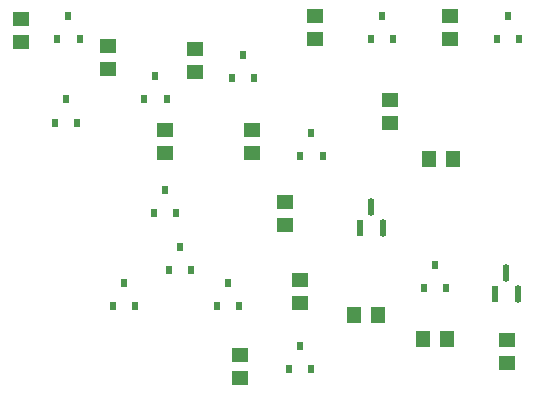
<source format=gtp>
%FSTAX23Y23*%
%MOIN*%
%SFA1B1*%

%IPPOS*%
%AMD12*
4,1,8,-0.011500,0.017500,-0.011500,-0.017500,0.000000,-0.029000,0.000000,-0.029000,0.011500,-0.017500,0.011500,0.017500,0.000000,0.029000,0.000000,0.029000,-0.011500,0.017500,0.0*
1,1,0.023020,0.000000,0.017500*
1,1,0.023020,0.000000,-0.017500*
1,1,0.023020,0.000000,-0.017500*
1,1,0.023020,0.000000,0.017500*
%
G04~CAMADD=12~8~0.0~0.0~580.4~230.3~115.1~0.0~15~0.0~0.0~0.0~0.0~0~0.0~0.0~0.0~0.0~0~0.0~0.0~0.0~90.0~230.0~579.0*
%ADD12D12*%
%ADD13R,0.023030X0.058040*%
%ADD14R,0.023620X0.031500*%
%ADD15R,0.047240X0.057090*%
%ADD16R,0.057090X0.047240*%
%LNlm709_pcb-1*%
%LPD*%
G54D12*
X04297Y02423D03*
X04334Y0235D03*
X03847Y02643D03*
X03884Y0257D03*
G54D13*
X0426Y0235D03*
X0381Y0257D03*
G54D14*
X0406Y02449D03*
X04097Y0237D03*
X04022D03*
X03647Y02889D03*
X03684Y0281D03*
X0361D03*
X0316Y02699D03*
X03197Y0262D03*
X03122D03*
X0361Y02179D03*
X03647Y021D03*
X03572D03*
X0321Y02509D03*
X03247Y0243D03*
X03172D03*
X0337Y02389D03*
X03407Y0231D03*
X03332D03*
X04302Y03279D03*
X0434Y032D03*
X04265D03*
X03882Y03279D03*
X0392Y032D03*
X03845D03*
X0342Y03149D03*
X03457Y0307D03*
X03382D03*
X02837Y03279D03*
X02874Y032D03*
X028D03*
X0283Y03D03*
X02867Y0292D03*
X02792D03*
X03127Y03079D03*
X03164Y03D03*
X0309D03*
X03022Y02389D03*
X0306Y0231D03*
X02985D03*
G54D15*
X0402Y022D03*
X04099D03*
X03869Y0228D03*
X0379D03*
X0404Y028D03*
X04118D03*
G54D16*
X0345Y02899D03*
Y0282D03*
X0316Y02898D03*
Y0282D03*
X0356Y02658D03*
Y0258D03*
X0361Y02398D03*
Y0232D03*
X0411Y03278D03*
Y032D03*
X0366Y03278D03*
Y032D03*
X0326Y03169D03*
Y0309D03*
X0268Y03269D03*
Y0319D03*
X0297Y03179D03*
Y031D03*
X043Y02199D03*
Y0212D03*
X0391Y02999D03*
Y0292D03*
X0341Y0207D03*
Y02149D03*
M02*
</source>
